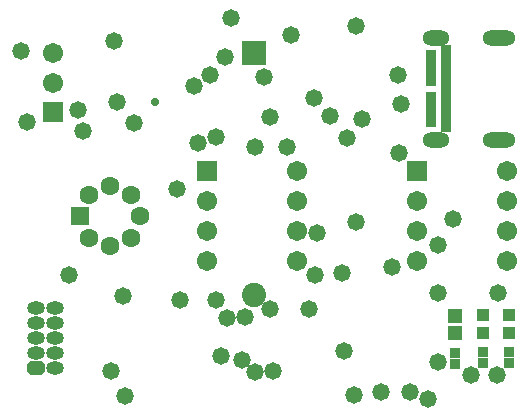
<source format=gbs>
G04*
G04 #@! TF.GenerationSoftware,Altium Limited,CircuitMaker,2.2.1 (2.2.1.6)*
G04*
G04 Layer_Color=8150272*
%FSAX24Y24*%
%MOIN*%
G70*
G04*
G04 #@! TF.SameCoordinates,15A7914E-F671-45A4-99F6-4AAA3CFDCD00*
G04*
G04*
G04 #@! TF.FilePolarity,Negative*
G04*
G01*
G75*
%ADD55R,0.0336X0.0356*%
%ADD74C,0.0808*%
%ADD75R,0.0808X0.0808*%
%ADD76R,0.0631X0.0631*%
%ADD77C,0.0631*%
G04:AMPARAMS|DCode=78|XSize=43.4mil|YSize=59.1mil|CornerRadius=0mil|HoleSize=0mil|Usage=FLASHONLY|Rotation=270.000|XOffset=0mil|YOffset=0mil|HoleType=Round|Shape=Octagon|*
%AMOCTAGOND78*
4,1,8,0.0296,0.0108,0.0296,-0.0108,0.0187,-0.0217,-0.0187,-0.0217,-0.0296,-0.0108,-0.0296,0.0108,-0.0187,0.0217,0.0187,0.0217,0.0296,0.0108,0.0*
%
%ADD78OCTAGOND78*%

%ADD79O,0.0591X0.0434*%
%ADD80C,0.0671*%
%ADD81R,0.0671X0.0671*%
%ADD82R,0.0671X0.0671*%
%ADD83O,0.0907X0.0513*%
%ADD84O,0.1104X0.0513*%
%ADD85C,0.0580*%
%ADD86C,0.0277*%
%ADD113R,0.0356X0.0474*%
%ADD114R,0.0356X0.0198*%
%ADD115R,0.0395X0.0395*%
%ADD116R,0.0493X0.0454*%
D55*
X033100Y012863D02*
D03*
Y013237D02*
D03*
X033950D02*
D03*
Y012863D02*
D03*
X032150Y013187D02*
D03*
Y012813D02*
D03*
D74*
X025450Y015117D02*
D03*
D75*
Y023183D02*
D03*
D76*
X019650Y017750D02*
D03*
D77*
X019943Y017043D02*
D03*
X020650Y016750D02*
D03*
X021357Y017043D02*
D03*
X021650Y017750D02*
D03*
X021357Y018457D02*
D03*
X020650Y018750D02*
D03*
X019943Y018457D02*
D03*
D78*
X018180Y012700D02*
D03*
D79*
X018820D02*
D03*
X018180Y013200D02*
D03*
X018820D02*
D03*
X018180Y013700D02*
D03*
X018820D02*
D03*
X018180Y014200D02*
D03*
X018820D02*
D03*
X018180Y014700D02*
D03*
X018820D02*
D03*
D80*
X018750Y023184D02*
D03*
Y022200D02*
D03*
X026900Y016250D02*
D03*
Y017250D02*
D03*
Y018250D02*
D03*
Y019250D02*
D03*
X023900Y016250D02*
D03*
Y017250D02*
D03*
Y018250D02*
D03*
X030900D02*
D03*
Y017250D02*
D03*
Y016250D02*
D03*
X033900Y019250D02*
D03*
Y018250D02*
D03*
Y017250D02*
D03*
Y016250D02*
D03*
D81*
X018750Y021216D02*
D03*
D82*
X023900Y019250D02*
D03*
X030900D02*
D03*
D83*
X031520Y023701D02*
D03*
Y020299D02*
D03*
D84*
X033630Y023701D02*
D03*
Y020299D02*
D03*
D85*
X019600Y021300D02*
D03*
X020800Y023600D02*
D03*
X027500Y015800D02*
D03*
X028450Y013250D02*
D03*
X030300Y019850D02*
D03*
X030050Y016050D02*
D03*
X029700Y011900D02*
D03*
X024350Y013100D02*
D03*
X024550Y014350D02*
D03*
X024200Y014950D02*
D03*
X033600Y015200D02*
D03*
X028550Y020350D02*
D03*
X028000Y021100D02*
D03*
X024200Y020400D02*
D03*
X028850Y017550D02*
D03*
X025500Y020050D02*
D03*
X027550Y017200D02*
D03*
X029050Y021000D02*
D03*
X031600Y015200D02*
D03*
X030650Y011900D02*
D03*
X023000Y014950D02*
D03*
X021100Y015100D02*
D03*
X022900Y018650D02*
D03*
X025800Y022400D02*
D03*
X026700Y023800D02*
D03*
X028850Y024100D02*
D03*
X017700Y023250D02*
D03*
X017900Y020900D02*
D03*
X030265Y022450D02*
D03*
X032074Y017676D02*
D03*
X031600Y016800D02*
D03*
X019300Y015810D02*
D03*
X028400Y015850D02*
D03*
X020700Y012600D02*
D03*
X025050Y012950D02*
D03*
X025500Y012550D02*
D03*
X026100Y012600D02*
D03*
X030350Y021500D02*
D03*
X027300Y014650D02*
D03*
X025150Y014407D02*
D03*
X026000Y014650D02*
D03*
X028800Y011800D02*
D03*
X021150Y011750D02*
D03*
X031250Y011650D02*
D03*
X032700Y012450D02*
D03*
X031600Y012900D02*
D03*
X033550Y012450D02*
D03*
X024700Y024350D02*
D03*
X024500Y023050D02*
D03*
X024000Y022450D02*
D03*
X023450Y022100D02*
D03*
X026550Y020050D02*
D03*
X019750Y020600D02*
D03*
X021450Y020850D02*
D03*
X020900Y021550D02*
D03*
X023600Y020200D02*
D03*
X026000Y021050D02*
D03*
X027450Y021700D02*
D03*
D86*
X022150Y021550D02*
D03*
D113*
X031870Y020780D02*
D03*
Y023220D02*
D03*
D114*
Y021114D02*
D03*
Y021311D02*
D03*
Y022689D02*
D03*
Y022886D02*
D03*
Y022492D02*
D03*
Y022295D02*
D03*
Y021508D02*
D03*
Y021705D02*
D03*
Y021902D02*
D03*
Y022098D02*
D03*
X031358Y020819D02*
D03*
Y021016D02*
D03*
Y021213D02*
D03*
Y021409D02*
D03*
Y021606D02*
D03*
Y021803D02*
D03*
Y022197D02*
D03*
Y022394D02*
D03*
Y022591D02*
D03*
Y022787D02*
D03*
Y022984D02*
D03*
Y023181D02*
D03*
D115*
X033100Y014445D02*
D03*
Y013855D02*
D03*
X033950Y013850D02*
D03*
Y014450D02*
D03*
D116*
X032150Y013865D02*
D03*
Y014435D02*
D03*
M02*

</source>
